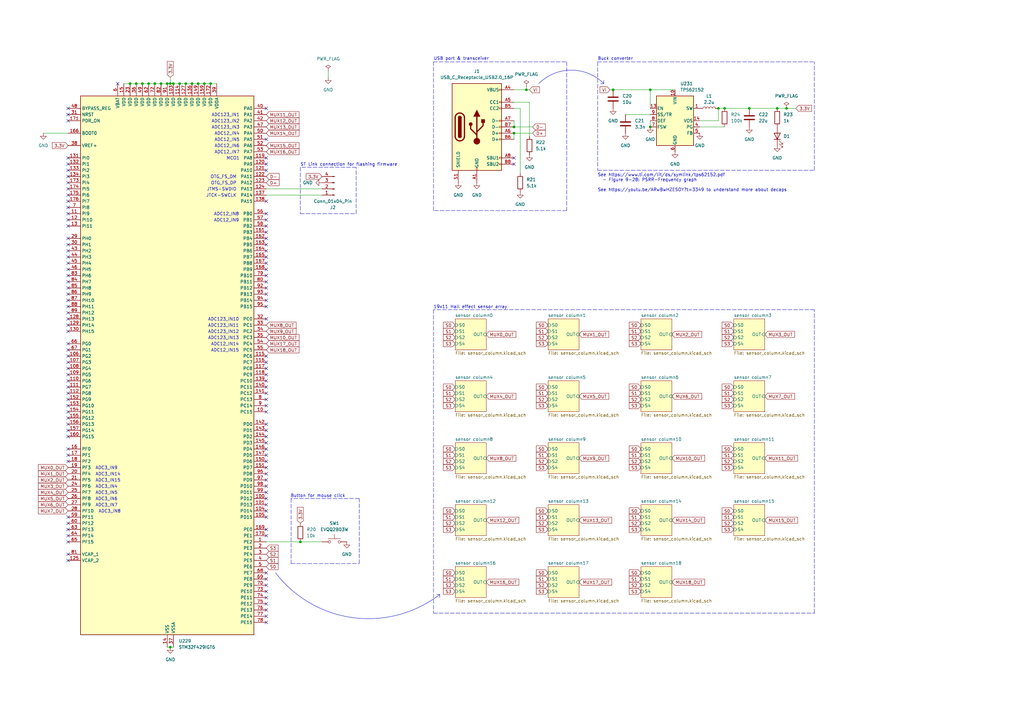
<source format=kicad_sch>
(kicad_sch (version 20250114) (generator "eeschema") (generator_version "9.0")
  (paper "A3")
  (title_block (title "Pompyboard Prototype"))
  (arc (start 180.34 243.84) (mid 144.8438 253.3353) (end 113.03 234.95))
  (arc (start 220.98 34.29) (mid 234.315 28.7664) (end 247.65 34.29))
  (text "ADC3_IN6" (at 39.116 204.724 0) (effects (font (size 1.27 1.27)) (justify left)))
  (text "ADC3_IN8" (at 40.386 209.804 0) (effects (font (size 1.27 1.27)) (justify left)))
  (text "ADC12_IN15" (at 98.044 143.764 0) (effects (font (size 1.27 1.27)) (justify right)))
  (text "ADC3_IN14" (at 39.116 194.564 0) (effects (font (size 1.27 1.27)) (justify left)))
  (text "ADC12_IN14" (at 98.044 141.224 0) (effects (font (size 1.27 1.27)) (justify right)))
  (text "ADC123_IN10" (at 98.044 131.064 0) (effects (font (size 1.27 1.27)) (justify right)))
  (text "ADC123_IN12" (at 98.044 136.144 0) (effects (font (size 1.27 1.27)) (justify right)))
  (text "Button for mouse click" (at 119.126 203.454 0) (effects (font (size 1.27 1.27)) (justify left)))
  (text "ADC12_IN9" (at 98.044 90.424 0) (effects (font (size 1.27 1.27)) (justify right)))
  (text "ADC3_IN15" (at 39.116 197.104 0) (effects (font (size 1.27 1.27)) (justify left)))
  (text "OTG_FS_DM" (at 97.028 72.644 0) (effects (font (size 1.27 1.27)) (justify right)))
  (text "ADC3_IN4" (at 39.116 199.644 0) (effects (font (size 1.27 1.27)) (justify left)))
  (text "See https://www.ti.com/lit/ds/symlink/tps62152.pdf\n  - Figure 9-28: PSRR-Frequency graph\n\nSee https://youtu.be/ARwBwHZESOY?t=3349 to understand more about decaps" (at 245.11 71.12 0) (effects (font (size 1.27 1.27)) (justify left top)))
  (text "ADC12_IN4" (at 98.298 54.864 0) (effects (font (size 1.27 1.27)) (justify right)))
  (text "Buck converter" (at 245.11 24.13 0) (effects (font (size 1.27 1.27)) (justify left)))
  (text "19x11 Hall effect sensor array" (at 177.8 125.984 0) (effects (font (size 1.27 1.27)) (justify left)))
  (text "ADC3_IN9" (at 39.116 192.024 0) (effects (font (size 1.27 1.27)) (justify left)))
  (text "ADC123_IN1" (at 98.298 47.244 0) (effects (font (size 1.27 1.27)) (justify right)))
  (text "ADC123_IN13" (at 98.044 138.684 0) (effects (font (size 1.27 1.27)) (justify right)))
  (text "ADC12_IN6" (at 98.298 59.944 0) (effects (font (size 1.27 1.27)) (justify right)))
  (text "ADC3_IN5" (at 39.116 202.184 0) (effects (font (size 1.27 1.27)) (justify left)))
  (text "ADC12_IN5" (at 98.298 57.404 0) (effects (font (size 1.27 1.27)) (justify right)))
  (text "ST Link connection for flashing firmware" (at 123.19 67.564 0) (effects (font (size 1.27 1.27)) (justify left)))
  (text "JTCK-SWCLK" (at 97.028 80.264 0) (effects (font (size 1.27 1.27)) (justify right)))
  (text "USB port & transceiver" (at 177.8 24.13 0) (effects (font (size 1.27 1.27)) (justify left)))
  (text "OTG_FS_DP" (at 97.028 75.184 0) (effects (font (size 1.27 1.27)) (justify right)))
  (text "MCO1" (at 98.298 65.024 0) (effects (font (size 1.27 1.27)) (justify right)))
  (text "ADC123_IN11" (at 98.044 133.604 0) (effects (font (size 1.27 1.27)) (justify right)))
  (text "ADC12_IN8" (at 98.044 87.884 0) (effects (font (size 1.27 1.27)) (justify right)))
  (text "ADC12_IN7" (at 98.298 62.484 0) (effects (font (size 1.27 1.27)) (justify right)))
  (text "JTMS-SWDIO" (at 97.028 77.724 0) (effects (font (size 1.27 1.27)) (justify right)))
  (text "ADC123_IN3" (at 98.298 52.324 0) (effects (font (size 1.27 1.27)) (justify right)))
  (text "ADC123_IN2" (at 98.298 49.784 0) (effects (font (size 1.27 1.27)) (justify right)))
  (text "ADC3_IN7" (at 39.116 207.264 0) (effects (font (size 1.27 1.27)) (justify left)))
  (junction (at 55.88 34.29))
  (junction (at 69.85 265.43))
  (junction (at 86.36 34.29))
  (junction (at 66.04 34.29))
  (junction (at 76.2 34.29))
  (junction (at 83.82 34.29))
  (junction (at 68.58 34.29))
  (junction (at 318.77 44.45))
  (junction (at 266.7 52.07))
  (junction (at 69.85 34.29))
  (junction (at 322.58 44.45))
  (junction (at 215.9 36.83))
  (junction (at 60.96 34.29))
  (junction (at 58.42 34.29))
  (junction (at 78.74 34.29))
  (junction (at 81.28 34.29))
  (junction (at 123.19 222.25))
  (junction (at 210.82 54.61))
  (junction (at 251.46 36.83))
  (junction (at 294.64 44.45))
  (junction (at 307.34 44.45))
  (junction (at 63.5 34.29))
  (junction (at 53.34 34.29))
  (junction (at 73.66 34.29))
  (junction (at 71.12 34.29))
  (junction (at 266.7 36.83))
  (junction (at 297.18 44.45))
  (junction (at 210.82 52.07))
  (no_connect (at 27.94 153.67))
  (no_connect (at 109.22 87.63))
  (no_connect (at 27.94 49.53))
  (no_connect (at 27.94 125.73))
  (no_connect (at 109.22 217.17))
  (no_connect (at 27.94 100.33))
  (no_connect (at 27.94 105.41))
  (no_connect (at 27.94 219.71))
  (no_connect (at 109.22 100.33))
  (no_connect (at 109.22 158.75))
  (no_connect (at 27.94 158.75))
  (no_connect (at 27.94 102.87))
  (no_connect (at 109.22 105.41))
  (no_connect (at 109.22 176.53))
  (no_connect (at 27.94 64.77))
  (no_connect (at 109.22 204.47))
  (no_connect (at 109.22 186.69))
  (no_connect (at 109.22 107.95))
  (no_connect (at 27.94 171.45))
  (no_connect (at 109.22 201.93))
  (no_connect (at 27.94 146.05))
  (no_connect (at 109.22 115.57))
  (no_connect (at 27.94 90.17))
  (no_connect (at 27.94 72.39))
  (no_connect (at 109.22 168.91))
  (no_connect (at 109.22 219.71))
  (no_connect (at 27.94 189.23))
  (no_connect (at 109.22 148.59))
  (no_connect (at 109.22 130.81))
  (no_connect (at 109.22 153.67))
  (no_connect (at 109.22 194.31))
  (no_connect (at 27.94 217.17))
  (no_connect (at 27.94 46.99))
  (no_connect (at 27.94 222.25))
  (no_connect (at 27.94 123.19))
  (no_connect (at 27.94 186.69))
  (no_connect (at 109.22 146.05))
  (no_connect (at 27.94 115.57))
  (no_connect (at 27.94 140.97))
  (no_connect (at 109.22 240.03))
  (no_connect (at 27.94 82.55))
  (no_connect (at 109.22 113.03))
  (no_connect (at 27.94 151.13))
  (no_connect (at 27.94 148.59))
  (no_connect (at 27.94 166.37))
  (no_connect (at 109.22 252.73))
  (no_connect (at 109.22 184.15))
  (no_connect (at 27.94 133.35))
  (no_connect (at 109.22 209.55))
  (no_connect (at 109.22 120.65))
  (no_connect (at 27.94 214.63))
  (no_connect (at 27.94 67.31))
  (no_connect (at 109.22 82.55))
  (no_connect (at 109.22 156.21))
  (no_connect (at 27.94 87.63))
  (no_connect (at 27.94 229.87))
  (no_connect (at 109.22 118.11))
  (no_connect (at 27.94 161.29))
  (no_connect (at 27.94 110.49))
  (no_connect (at 109.22 64.77))
  (no_connect (at 109.22 123.19))
  (no_connect (at 109.22 212.09))
  (no_connect (at 27.94 227.33))
  (no_connect (at 27.94 74.93))
  (no_connect (at 109.22 44.45))
  (no_connect (at 27.94 92.71))
  (no_connect (at 27.94 118.11))
  (no_connect (at 27.94 212.09))
  (no_connect (at 27.94 173.99))
  (no_connect (at 27.94 156.21))
  (no_connect (at 27.94 184.15))
  (no_connect (at 109.22 181.61))
  (no_connect (at 210.82 64.77))
  (no_connect (at 27.94 113.03))
  (no_connect (at 109.22 191.77))
  (no_connect (at 27.94 163.83))
  (no_connect (at 109.22 92.71))
  (no_connect (at 109.22 242.57))
  (no_connect (at 109.22 207.01))
  (no_connect (at 109.22 97.79))
  (no_connect (at 27.94 107.95))
  (no_connect (at 27.94 135.89))
  (no_connect (at 109.22 161.29))
  (no_connect (at 27.94 168.91))
  (no_connect (at 48.26 34.29))
  (no_connect (at 109.22 247.65))
  (no_connect (at 27.94 128.27))
  (no_connect (at 210.82 67.31))
  (no_connect (at 109.22 179.07))
  (no_connect (at 27.94 80.01))
  (no_connect (at 109.22 57.15))
  (no_connect (at 109.22 151.13))
  (no_connect (at 109.22 69.85))
  (no_connect (at 27.94 44.45))
  (no_connect (at 109.22 234.95))
  (no_connect (at 27.94 176.53))
  (no_connect (at 27.94 143.51))
  (no_connect (at 109.22 189.23))
  (no_connect (at 109.22 255.27))
  (no_connect (at 109.22 250.19))
  (no_connect (at 109.22 245.11))
  (no_connect (at 109.22 196.85))
  (no_connect (at 109.22 237.49))
  (no_connect (at 27.94 85.09))
  (no_connect (at 109.22 166.37))
  (no_connect (at 109.22 199.39))
  (no_connect (at 27.94 77.47))
  (no_connect (at 109.22 102.87))
  (no_connect (at 109.22 173.99))
  (no_connect (at 109.22 125.73))
  (no_connect (at 27.94 97.79))
  (no_connect (at 109.22 67.31))
  (no_connect (at 109.22 95.25))
  (no_connect (at 27.94 69.85))
  (no_connect (at 27.94 130.81))
  (no_connect (at 27.94 179.07))
  (no_connect (at 27.94 120.65))
  (no_connect (at 109.22 163.83))
  (no_connect (at 109.22 110.49))
  (no_connect (at 109.22 90.17))
  (polyline (pts (xy 334.01 127) (xy 177.8 127)) (stroke (width 0) (type dash)))
  (polyline (pts (xy 147.32 231.14) (xy 147.32 204.47)) (stroke (width 0) (type dash)))
  (polyline (pts (xy 232.41 86.36) (xy 177.8 86.36)) (stroke (width 0) (type dash)))
  (wire (pts (xy 55.88 34.29) (xy 58.42 34.29)))
  (polyline (pts (xy 123.19 87.63) (xy 146.05 87.63)) (stroke (width 0) (type dash)))
  (wire (pts (xy 210.82 52.07) (xy 218.44 52.07)))
  (wire (pts (xy 266.7 49.53) (xy 266.7 52.07)))
  (wire (pts (xy 213.36 44.45) (xy 213.36 71.12)))
  (polyline (pts (xy 147.32 204.47) (xy 119.38 204.47)) (stroke (width 0) (type dash)))
  (wire (pts (xy 109.22 80.01) (xy 132.08 80.01)))
  (polyline (pts (xy 334.01 69.85) (xy 334.01 25.4)) (stroke (width 0) (type dash)))
  (wire (pts (xy 76.2 34.29) (xy 78.74 34.29)))
  (wire (pts (xy 109.22 77.47) (xy 132.08 77.47)))
  (wire (pts (xy 60.96 34.29) (xy 63.5 34.29)))
  (wire (pts (xy 71.12 34.29) (xy 73.66 34.29)))
  (polyline (pts (xy 179.07 243.84) (xy 180.34 243.84)))
  (wire (pts (xy 322.58 44.45) (xy 326.39 44.45)))
  (polyline (pts (xy 177.8 25.4) (xy 232.41 25.4)) (stroke (width 0) (type dash)))
  (wire (pts (xy 256.54 46.99) (xy 266.7 46.99)))
  (wire (pts (xy 294.64 44.45) (xy 297.18 44.45)))
  (wire (pts (xy 66.04 34.29) (xy 68.58 34.29)))
  (polyline (pts (xy 146.05 87.63) (xy 146.05 68.58)) (stroke (width 0) (type dash)))
  (wire (pts (xy 215.9 35.56) (xy 215.9 36.83)))
  (polyline (pts (xy 245.11 69.85) (xy 334.01 69.85)) (stroke (width 0) (type dash)))
  (wire (pts (xy 63.5 34.29) (xy 66.04 34.29)))
  (wire (pts (xy 266.7 36.83) (xy 276.86 36.83)))
  (wire (pts (xy 210.82 54.61) (xy 218.44 54.61)))
  (polyline (pts (xy 177.8 86.36) (xy 177.8 25.4)) (stroke (width 0) (type dash)))
  (wire (pts (xy 69.85 34.29) (xy 71.12 34.29)))
  (wire (pts (xy 58.42 34.29) (xy 60.96 34.29)))
  (wire (pts (xy 17.78 54.61) (xy 27.94 54.61)))
  (polyline (pts (xy 245.11 25.4) (xy 334.01 25.4)) (stroke (width 0) (type dash)))
  (polyline (pts (xy 334.01 251.46) (xy 334.01 127)) (stroke (width 0) (type dash)))
  (wire (pts (xy 81.28 34.29) (xy 83.82 34.29)))
  (polyline (pts (xy 123.19 68.58) (xy 123.19 87.63)) (stroke (width 0) (type dash)))
  (wire (pts (xy 53.34 34.29) (xy 55.88 34.29)))
  (wire (pts (xy 217.17 55.88) (xy 217.17 41.91)))
  (wire (pts (xy 297.18 44.45) (xy 307.34 44.45)))
  (wire (pts (xy 251.46 36.83) (xy 266.7 36.83)))
  (polyline (pts (xy 245.11 25.4) (xy 245.11 69.85)) (stroke (width 0) (type dash)))
  (wire (pts (xy 210.82 52.07) (xy 210.82 49.53)))
  (wire (pts (xy 69.85 31.75) (xy 69.85 34.29)))
  (polyline (pts (xy 119.38 231.14) (xy 147.32 231.14)) (stroke (width 0) (type dash)))
  (wire (pts (xy 134.62 29.21) (xy 134.62 31.75)))
  (polyline (pts (xy 119.38 204.47) (xy 119.38 231.14)) (stroke (width 0) (type dash)))
  (polyline (pts (xy 232.41 25.4) (xy 232.41 86.36)) (stroke (width 0) (type dash)))
  (wire (pts (xy 73.66 34.29) (xy 76.2 34.29)))
  (polyline (pts (xy 146.05 68.58) (xy 123.19 68.58)) (stroke (width 0) (type dash)))
  (wire (pts (xy 266.7 36.83) (xy 266.7 44.45)))
  (wire (pts (xy 215.9 36.83) (xy 210.82 36.83)))
  (wire (pts (xy 50.8 34.29) (xy 53.34 34.29)))
  (wire (pts (xy 250.19 36.83) (xy 251.46 36.83)))
  (wire (pts (xy 287.02 52.07) (xy 297.18 52.07)))
  (polyline (pts (xy 177.8 251.46) (xy 334.01 251.46)) (stroke (width 0) (type dash)))
  (wire (pts (xy 294.64 44.45) (xy 294.64 49.53)))
  (wire (pts (xy 109.22 222.25) (xy 123.19 222.25)))
  (wire (pts (xy 68.58 34.29) (xy 69.85 34.29)))
  (polyline (pts (xy 180.34 243.84) (xy 180.34 245.11)))
  (wire (pts (xy 210.82 44.45) (xy 213.36 44.45)))
  (wire (pts (xy 210.82 57.15) (xy 210.82 54.61)))
  (wire (pts (xy 307.34 44.45) (xy 318.77 44.45)))
  (wire (pts (xy 210.82 41.91) (xy 217.17 41.91)))
  (wire (pts (xy 86.36 34.29) (xy 88.9 34.29)))
  (wire (pts (xy 69.85 265.43) (xy 71.12 265.43)))
  (wire (pts (xy 217.17 36.83) (xy 215.9 36.83)))
  (polyline (pts (xy 177.8 127) (xy 177.8 251.46)) (stroke (width 0) (type dash)))
  (polyline (pts (xy 247.65 33.02) (xy 247.65 34.29)))
  (wire (pts (xy 78.74 34.29) (xy 81.28 34.29)))
  (wire (pts (xy 68.58 265.43) (xy 69.85 265.43)))
  (wire (pts (xy 318.77 44.45) (xy 322.58 44.45)))
  (polyline (pts (xy 246.38 34.29) (xy 247.65 34.29)))
  (wire (pts (xy 287.02 49.53) (xy 294.64 49.53)))
  (wire (pts (xy 123.19 222.25) (xy 132.08 222.25)))
  (wire (pts (xy 83.82 34.29) (xy 86.36 34.29)))
  (global_label "MUX12_OUT" (shape input) (at 109.22 49.53 0) (property "Intersheetrefs" "${INTERSHEET_REFS}" (effects (hide yes))))
  (global_label "S3" (shape input) (at 300.99 217.17 180) (property "Intersheetrefs" "${INTERSHEET_REFS}" (effects (hide yes))))
  (global_label "S0" (shape input) (at 186.69 133.35 180) (property "Intersheetrefs" "${INTERSHEET_REFS}" (effects (hide yes))))
  (global_label "S3" (shape input) (at 262.89 217.17 180) (property "Intersheetrefs" "${INTERSHEET_REFS}" (effects (hide yes))))
  (global_label "S3" (shape input) (at 262.89 140.97 180) (property "Intersheetrefs" "${INTERSHEET_REFS}" (effects (hide yes))))
  (global_label "S0" (shape input) (at 300.99 184.15 180) (property "Intersheetrefs" "${INTERSHEET_REFS}" (effects (hide yes))))
  (global_label "MUX13_OUT" (shape input) (at 109.22 52.07 0) (property "Intersheetrefs" "${INTERSHEET_REFS}" (effects (hide yes))))
  (global_label "MUX16_OUT" (shape input) (at 109.22 62.23 0) (property "Intersheetrefs" "${INTERSHEET_REFS}" (effects (hide yes))))
  (global_label "MUX0_OUT" (shape input) (at 27.94 191.77 180) (property "Intersheetrefs" "${INTERSHEET_REFS}" (effects (hide yes))))
  (global_label "S2" (shape input) (at 262.89 163.83 180) (property "Intersheetrefs" "${INTERSHEET_REFS}" (effects (hide yes))))
  (global_label "S3" (shape input) (at 186.69 140.97 180) (property "Intersheetrefs" "${INTERSHEET_REFS}" (effects (hide yes))))
  (global_label "S2" (shape input) (at 186.69 138.43 180) (property "Intersheetrefs" "${INTERSHEET_REFS}" (effects (hide yes))))
  (global_label "S3" (shape input) (at 300.99 140.97 180) (property "Intersheetrefs" "${INTERSHEET_REFS}" (effects (hide yes))))
  (global_label "S0" (shape input) (at 186.69 158.75 180) (property "Intersheetrefs" "${INTERSHEET_REFS}" (effects (hide yes))))
  (global_label "MUX0_OUT" (shape input) (at 199.39 137.16 0) (property "Intersheetrefs" "${INTERSHEET_REFS}" (effects (hide yes))))
  (global_label "S3" (shape input) (at 224.79 217.17 180) (property "Intersheetrefs" "${INTERSHEET_REFS}" (effects (hide yes))))
  (global_label "S1" (shape input) (at 186.69 161.29 180) (property "Intersheetrefs" "${INTERSHEET_REFS}" (effects (hide yes))))
  (global_label "MUX11_OUT" (shape input) (at 313.69 187.96 0) (property "Intersheetrefs" "${INTERSHEET_REFS}" (effects (hide yes))))
  (global_label "S1" (shape input) (at 224.79 237.49 180) (property "Intersheetrefs" "${INTERSHEET_REFS}" (effects (hide yes))))
  (global_label "S1" (shape input) (at 186.69 237.49 180) (property "Intersheetrefs" "${INTERSHEET_REFS}" (effects (hide yes))))
  (global_label "3.3V" (shape input) (at 132.08 72.39 180) (property "Intersheetrefs" "${INTERSHEET_REFS}" (effects (hide yes))))
  (global_label "S2" (shape input) (at 262.89 138.43 180) (property "Intersheetrefs" "${INTERSHEET_REFS}" (effects (hide yes))))
  (global_label "S0" (shape input) (at 224.79 133.35 180) (property "Intersheetrefs" "${INTERSHEET_REFS}" (effects (hide yes))))
  (global_label "3.3V" (shape input) (at 326.39 44.45 0) (property "Intersheetrefs" "${INTERSHEET_REFS}" (effects (hide yes))))
  (global_label "MUX7_OUT" (shape input) (at 27.94 209.55 180) (property "Intersheetrefs" "${INTERSHEET_REFS}" (effects (hide yes))))
  (global_label "S2" (shape input) (at 224.79 189.23 180) (property "Intersheetrefs" "${INTERSHEET_REFS}" (effects (hide yes))))
  (global_label "S2" (shape input) (at 224.79 214.63 180) (property "Intersheetrefs" "${INTERSHEET_REFS}" (effects (hide yes))))
  (global_label "D-" (shape input) (at 109.22 72.39 0) (property "Intersheetrefs" "${INTERSHEET_REFS}" (effects (hide yes))))
  (global_label "S0" (shape input) (at 262.89 133.35 180) (property "Intersheetrefs" "${INTERSHEET_REFS}" (effects (hide yes))))
  (global_label "S3" (shape input) (at 224.79 242.57 180) (property "Intersheetrefs" "${INTERSHEET_REFS}" (effects (hide yes))))
  (global_label "S2" (shape input) (at 186.69 214.63 180) (property "Intersheetrefs" "${INTERSHEET_REFS}" (effects (hide yes))))
  (global_label "S1" (shape input) (at 224.79 135.89 180) (property "Intersheetrefs" "${INTERSHEET_REFS}" (effects (hide yes))))
  (global_label "MUX11_OUT" (shape input) (at 109.22 46.99 0) (property "Intersheetrefs" "${INTERSHEET_REFS}" (effects (hide yes))))
  (global_label "MUX18_OUT" (shape input) (at 275.59 238.76 0) (property "Intersheetrefs" "${INTERSHEET_REFS}" (effects (hide yes))))
  (global_label "MUX16_OUT" (shape input) (at 199.39 238.76 0) (property "Intersheetrefs" "${INTERSHEET_REFS}" (effects (hide yes))))
  (global_label "S3" (shape input) (at 300.99 166.37 180) (property "Intersheetrefs" "${INTERSHEET_REFS}" (effects (hide yes))))
  (global_label "MUX2_OUT" (shape input) (at 27.94 196.85 180) (property "Intersheetrefs" "${INTERSHEET_REFS}" (effects (hide yes))))
  (global_label "D+" (shape input) (at 109.22 74.93 0) (property "Intersheetrefs" "${INTERSHEET_REFS}" (effects (hide yes))))
  (global_label "S0" (shape input) (at 224.79 209.55 180) (property "Intersheetrefs" "${INTERSHEET_REFS}" (effects (hide yes))))
  (global_label "MUX17_OUT" (shape input) (at 237.49 238.76 0) (property "Intersheetrefs" "${INTERSHEET_REFS}" (effects (hide yes))))
  (global_label "S1" (shape input) (at 186.69 212.09 180) (property "Intersheetrefs" "${INTERSHEET_REFS}" (effects (hide yes))))
  (global_label "S0" (shape input) (at 186.69 234.95 180) (property "Intersheetrefs" "${INTERSHEET_REFS}" (effects (hide yes))))
  (global_label "S2" (shape input) (at 224.79 163.83 180) (property "Intersheetrefs" "${INTERSHEET_REFS}" (effects (hide yes))))
  (global_label "S2" (shape input) (at 300.99 138.43 180) (property "Intersheetrefs" "${INTERSHEET_REFS}" (effects (hide yes))))
  (global_label "S2" (shape input) (at 186.69 189.23 180) (property "Intersheetrefs" "${INTERSHEET_REFS}" (effects (hide yes))))
  (global_label "S2" (shape input) (at 262.89 214.63 180) (property "Intersheetrefs" "${INTERSHEET_REFS}" (effects (hide yes))))
  (global_label "S0" (shape input) (at 262.89 158.75 180) (property "Intersheetrefs" "${INTERSHEET_REFS}" (effects (hide yes))))
  (global_label "S1" (shape input) (at 262.89 135.89 180) (property "Intersheetrefs" "${INTERSHEET_REFS}" (effects (hide yes))))
  (global_label "S1" (shape input) (at 224.79 161.29 180) (property "Intersheetrefs" "${INTERSHEET_REFS}" (effects (hide yes))))
  (global_label "S0" (shape input) (at 224.79 184.15 180) (property "Intersheetrefs" "${INTERSHEET_REFS}" (effects (hide yes))))
  (global_label "S1" (shape input) (at 300.99 135.89 180) (property "Intersheetrefs" "${INTERSHEET_REFS}" (effects (hide yes))))
  (global_label "S0" (shape input) (at 109.22 232.41 0) (property "Intersheetrefs" "${INTERSHEET_REFS}" (effects (hide yes))))
  (global_label "MUX1_OUT" (shape input) (at 27.94 194.31 180) (property "Intersheetrefs" "${INTERSHEET_REFS}" (effects (hide yes))))
  (global_label "S1" (shape input) (at 224.79 186.69 180) (property "Intersheetrefs" "${INTERSHEET_REFS}" (effects (hide yes))))
  (global_label "S2" (shape input) (at 186.69 163.83 180) (property "Intersheetrefs" "${INTERSHEET_REFS}" (effects (hide yes))))
  (global_label "3.3V" (shape input) (at 123.19 214.63 90) (property "Intersheetrefs" "${INTERSHEET_REFS}" (effects (hide yes))))
  (global_label "S2" (shape input) (at 300.99 163.83 180) (property "Intersheetrefs" "${INTERSHEET_REFS}" (effects (hide yes))))
  (global_label "S3" (shape input) (at 262.89 191.77 180) (property "Intersheetrefs" "${INTERSHEET_REFS}" (effects (hide yes))))
  (global_label "S1" (shape input) (at 300.99 186.69 180) (property "Intersheetrefs" "${INTERSHEET_REFS}" (effects (hide yes))))
  (global_label "S0" (shape input) (at 300.99 158.75 180) (property "Intersheetrefs" "${INTERSHEET_REFS}" (effects (hide yes))))
  (global_label "S3" (shape input) (at 186.69 191.77 180) (property "Intersheetrefs" "${INTERSHEET_REFS}" (effects (hide yes))))
  (global_label "S1" (shape input) (at 262.89 212.09 180) (property "Intersheetrefs" "${INTERSHEET_REFS}" (effects (hide yes))))
  (global_label "S3" (shape input) (at 109.22 224.79 0) (property "Intersheetrefs" "${INTERSHEET_REFS}" (effects (hide yes))))
  (global_label "MUX18_OUT" (shape input) (at 109.22 143.51 0) (property "Intersheetrefs" "${INTERSHEET_REFS}" (effects (hide yes))))
  (global_label "MUX7_OUT" (shape input) (at 313.69 162.56 0) (property "Intersheetrefs" "${INTERSHEET_REFS}" (effects (hide yes))))
  (global_label "MUX4_OUT" (shape input) (at 199.39 162.56 0) (property "Intersheetrefs" "${INTERSHEET_REFS}" (effects (hide yes))))
  (global_label "MUX15_OUT" (shape input) (at 313.69 213.36 0) (property "Intersheetrefs" "${INTERSHEET_REFS}" (effects (hide yes))))
  (global_label "S1" (shape input) (at 109.22 229.87 0) (property "Intersheetrefs" "${INTERSHEET_REFS}" (effects (hide yes))))
  (global_label "MUX9_OUT" (shape input) (at 109.22 135.89 0) (property "Intersheetrefs" "${INTERSHEET_REFS}" (effects (hide yes))))
  (global_label "S2" (shape input) (at 262.89 189.23 180) (property "Intersheetrefs" "${INTERSHEET_REFS}" (effects (hide yes))))
  (global_label "S0" (shape input) (at 224.79 158.75 180) (property "Intersheetrefs" "${INTERSHEET_REFS}" (effects (hide yes))))
  (global_label "MUX2_OUT" (shape input) (at 275.59 137.16 0) (property "Intersheetrefs" "${INTERSHEET_REFS}" (effects (hide yes))))
  (global_label "S3" (shape input) (at 186.69 242.57 180) (property "Intersheetrefs" "${INTERSHEET_REFS}" (effects (hide yes))))
  (global_label "3.3V" (shape input) (at 27.94 59.69 180) (property "Intersheetrefs" "${INTERSHEET_REFS}" (effects (hide yes))))
  (global_label "MUX14_OUT" (shape input) (at 109.22 54.61 0) (property "Intersheetrefs" "${INTERSHEET_REFS}" (effects (hide yes))))
  (global_label "VI" (shape input) (at 217.17 36.83 0) (property "Intersheetrefs" "${INTERSHEET_REFS}" (effects (hide yes))))
  (global_label "S3" (shape input) (at 224.79 191.77 180) (property "Intersheetrefs" "${INTERSHEET_REFS}" (effects (hide yes))))
  (global_label "S0" (shape input) (at 186.69 184.15 180) (property "Intersheetrefs" "${INTERSHEET_REFS}" (effects (hide yes))))
  (global_label "MUX8_OUT" (shape input) (at 199.39 187.96 0) (property "Intersheetrefs" "${INTERSHEET_REFS}" (effects (hide yes))))
  (global_label "MUX8_OUT" (shape input) (at 109.22 133.35 0) (property "Intersheetrefs" "${INTERSHEET_REFS}" (effects (hide yes))))
  (global_label "S3" (shape input) (at 186.69 166.37 180) (property "Intersheetrefs" "${INTERSHEET_REFS}" (effects (hide yes))))
  (global_label "S2" (shape input) (at 262.89 240.03 180) (property "Intersheetrefs" "${INTERSHEET_REFS}" (effects (hide yes))))
  (global_label "MUX5_OUT" (shape input) (at 27.94 204.47 180) (property "Intersheetrefs" "${INTERSHEET_REFS}" (effects (hide yes))))
  (global_label "S1" (shape input) (at 224.79 212.09 180) (property "Intersheetrefs" "${INTERSHEET_REFS}" (effects (hide yes))))
  (global_label "S2" (shape input) (at 300.99 214.63 180) (property "Intersheetrefs" "${INTERSHEET_REFS}" (effects (hide yes))))
  (global_label "MUX15_OUT" (shape input) (at 109.22 59.69 0) (property "Intersheetrefs" "${INTERSHEET_REFS}" (effects (hide yes))))
  (global_label "MUX14_OUT" (shape input) (at 275.59 213.36 0) (property "Intersheetrefs" "${INTERSHEET_REFS}" (effects (hide yes))))
  (global_label "S0" (shape input) (at 262.89 184.15 180) (property "Intersheetrefs" "${INTERSHEET_REFS}" (effects (hide yes))))
  (global_label "S2" (shape input) (at 109.22 227.33 0) (property "Intersheetrefs" "${INTERSHEET_REFS}" (effects (hide yes))))
  (global_label "S0" (shape input) (at 224.79 234.95 180) (property "Intersheetrefs" "${INTERSHEET_REFS}" (effects (hide yes))))
  (global_label "S3" (shape input) (at 262.89 166.37 180) (property "Intersheetrefs" "${INTERSHEET_REFS}" (effects (hide yes))))
  (global_label "S2" (shape input) (at 300.99 189.23 180) (property "Intersheetrefs" "${INTERSHEET_REFS}" (effects (hide yes))))
  (global_label "MUX6_OUT" (shape input) (at 275.59 162.56 0) (property "Intersheetrefs" "${INTERSHEET_REFS}" (effects (hide yes))))
  (global_label "3.3V" (shape input) (at 69.85 31.75 90) (property "Intersheetrefs" "${INTERSHEET_REFS}" (effects (hide yes))))
  (global_label "S1" (shape input) (at 262.89 161.29 180) (property "Intersheetrefs" "${INTERSHEET_REFS}" (effects (hide yes))))
  (global_label "S0" (shape input) (at 300.99 133.35 180) (property "Intersheetrefs" "${INTERSHEET_REFS}" (effects (hide yes))))
  (global_label "S3" (shape input) (at 300.99 191.77 180) (property "Intersheetrefs" "${INTERSHEET_REFS}" (effects (hide yes))))
  (global_label "MUX4_OUT" (shape input) (at 27.94 201.93 180) (property "Intersheetrefs" "${INTERSHEET_REFS}" (effects (hide yes))))
  (global_label "MUX6_OUT" (shape input) (at 27.94 207.01 180) (property "Intersheetrefs" "${INTERSHEET_REFS}" (effects (hide yes))))
  (global_label "S3" (shape input) (at 262.89 242.57 180) (property "Intersheetrefs" "${INTERSHEET_REFS}" (effects (hide yes))))
  (global_label "S3" (shape input) (at 224.79 140.97 180) (property "Intersheetrefs" "${INTERSHEET_REFS}" (effects (hide yes))))
  (global_label "S2" (shape input) (at 186.69 240.03 180) (property "Intersheetrefs" "${INTERSHEET_REFS}" (effects (hide yes))))
  (global_label "S0" (shape input) (at 186.69 209.55 180) (property "Intersheetrefs" "${INTERSHEET_REFS}" (effects (hide yes))))
  (global_label "S1" (shape input) (at 186.69 135.89 180) (property "Intersheetrefs" "${INTERSHEET_REFS}" (effects (hide yes))))
  (global_label "S1" (shape input) (at 186.69 186.69 180) (property "Intersheetrefs" "${INTERSHEET_REFS}" (effects (hide yes))))
  (global_label "MUX17_OUT" (shape input) (at 109.22 140.97 0) (property "Intersheetrefs" "${INTERSHEET_REFS}" (effects (hide yes))))
  (global_label "MUX3_OUT" (shape input) (at 27.94 199.39 180) (property "Intersheetrefs" "${INTERSHEET_REFS}" (effects (hide yes))))
  (global_label "MUX10_OUT" (shape input) (at 275.59 187.96 0) (property "Intersheetrefs" "${INTERSHEET_REFS}" (effects (hide yes))))
  (global_label "MUX13_OUT" (shape input) (at 237.49 213.36 0) (property "Intersheetrefs" "${INTERSHEET_REFS}" (effects (hide yes))))
  (global_label "S0" (shape input) (at 300.99 209.55 180) (property "Intersheetrefs" "${INTERSHEET_REFS}" (effects (hide yes))))
  (global_label "S1" (shape input) (at 300.99 161.29 180) (property "Intersheetrefs" "${INTERSHEET_REFS}" (effects (hide yes))))
  (global_label "MUX9_OUT" (shape input) (at 237.49 187.96 0) (property "Intersheetrefs" "${INTERSHEET_REFS}" (effects (hide yes))))
  (global_label "MUX12_OUT" (shape input) (at 199.39 213.36 0) (property "Intersheetrefs" "${INTERSHEET_REFS}" (effects (hide yes))))
  (global_label "MUX5_OUT" (shape input) (at 237.49 162.56 0) (property "Intersheetrefs" "${INTERSHEET_REFS}" (effects (hide yes))))
  (global_label "S1" (shape input) (at 262.89 186.69 180) (property "Intersheetrefs" "${INTERSHEET_REFS}" (effects (hide yes))))
  (global_label "VI" (shape input) (at 250.19 36.83 180) (property "Intersheetrefs" "${INTERSHEET_REFS}" (effects (hide yes))))
  (global_label "S0" (shape input) (at 262.89 209.55 180) (property "Intersheetrefs" "${INTERSHEET_REFS}" (effects (hide yes))))
  (global_label "MUX3_OUT" (shape input) (at 313.69 137.16 0) (property "Intersheetrefs" "${INTERSHEET_REFS}" (effects (hide yes))))
  (global_label "MUX10_OUT" (shape input) (at 109.22 138.43 0) (property "Intersheetrefs" "${INTERSHEET_REFS}" (effects (hide yes))))
  (global_label "S0" (shape input) (at 262.89 234.95 180) (property "Intersheetrefs" "${INTERSHEET_REFS}" (effects (hide yes))))
  (global_label "S3" (shape input) (at 186.69 217.17 180) (property "Intersheetrefs" "${INTERSHEET_REFS}" (effects (hide yes))))
  (global_label "S3" (shape input) (at 224.79 166.37 180) (property "Intersheetrefs" "${INTERSHEET_REFS}" (effects (hide yes))))
  (global_label "S1" (shape input) (at 262.89 237.49 180) (property "Intersheetrefs" "${INTERSHEET_REFS}" (effects (hide yes))))
  (global_label "D+" (shape input) (at 218.44 54.61 0) (property "Intersheetrefs" "${INTERSHEET_REFS}" (effects (hide yes))))
  (global_label "MUX1_OUT" (shape input) (at 237.49 137.16 0) (property "Intersheetrefs" "${INTERSHEET_REFS}" (effects (hide yes))))
  (global_label "S2" (shape input) (at 224.79 240.03 180) (property "Intersheetrefs" "${INTERSHEET_REFS}" (effects (hide yes))))
  (global_label "S1" (shape input) (at 300.99 212.09 180) (property "Intersheetrefs" "${INTERSHEET_REFS}" (effects (hide yes))))
  (global_label "D-" (shape input) (at 218.44 52.07 0) (property "Intersheetrefs" "${INTERSHEET_REFS}" (effects (hide yes))))
  (global_label "S2" (shape input) (at 224.79 138.43 180) (property "Intersheetrefs" "${INTERSHEET_REFS}" (effects (hide yes))))
  (symbol (lib_id "power:GND") (at 69.85 265.43 0) (unit 1)
    (property "Reference" "#PWR011" (effects (hide yes)))
    (property "Value" "GND" (at 69.85 270.51 0))
    (property "Description" "Power symbol creates a global label with name \"GND\" , ground" (effects (hide yes)))
  )
  (symbol (lib_id "Switch:SW_Push") (at 137.16 222.25 0) (unit 1)
    (property "Reference" "SW1" (at 137.16 214.63 0))
    (property "Value" "EVQQ2B03W" (at 137.16 217.17 0))
    (property "Footprint" "Button_Switch_SMD:SW_SPST_EVQQ2" (effects (hide yes)))
    (property "Description" "Push button switch, generic, two pins" (effects (hide yes)))
    (property "LCSC Part #" "C79178" (effects (hide yes)))
  )
  (symbol (lib_id "Device:C") (at 256.54 50.8 0) (unit 1)
    (property "Reference" "C21" (at 260.35 49.5299 0) (effects (justify left)))
    (property "Value" "3.3n" (at 260.35 52.0699 0) (effects (justify left)))
    (property "Footprint" "Capacitor_SMD:C_0402_1005Metric" (effects (hide yes)))
    (property "Description" "Unpolarized capacitor" (effects (hide yes)))
    (property "LCSC Part #" "C3881585" (effects (hide yes)))
  )
  (symbol (lib_id "Device:R") (at 217.17 59.69 180) (unit 1)
    (property "Reference" "R22" (at 219.71 58.4199 0) (effects (justify right)))
    (property "Value" "5.1k" (at 219.71 60.9599 0) (effects (justify right)))
    (property "Footprint" "Resistor_SMD:R_0402_1005Metric" (effects (hide yes)))
    (property "Description" "Resistor" (effects (hide yes)))
    (property "LCSC Part #" "C25905" (effects (hide yes)))
  )
  (symbol (lib_id "Device:L") (at 290.83 44.45 90) (unit 1)
    (property "Reference" "L1" (at 290.83 39.37 90))
    (property "Value" "2.2u" (at 290.83 41.91 90))
    (property "Footprint" "Inductor_SMD:L_Coilcraft_XxL4020" (effects (hide yes)))
    (property "Description" "Inductor" (effects (hide yes)))
    (property "LCSC Part #" "C122469" (effects (hide yes)))
  )
  (symbol (lib_id "power:GND") (at 187.96 74.93 0) (unit 1)
    (property "Reference" "#PWR01" (effects (hide yes)))
    (property "Value" "GND" (at 187.96 80.01 0))
    (property "Description" "Power symbol creates a global label with name \"GND\" , ground" (effects (hide yes)))
  )
  (symbol (lib_id "power:GND") (at 266.7 52.07 0) (unit 1)
    (property "Reference" "#PWR052" (effects (hide yes)))
    (property "Value" "GND" (at 266.7 57.15 0))
    (property "Description" "Power symbol creates a global label with name \"GND\" , ground" (effects (hide yes)))
  )
  (symbol (lib_id "power:PWR_FLAG") (at 134.62 29.21 0) (unit 1)
    (property "Reference" "#FLG05" (effects (hide yes)))
    (property "Value" "PWR_FLAG" (at 134.62 24.13 0))
    (property "Description" "Special symbol for telling ERC where power comes from" (effects (hide yes)))
  )
  (symbol (lib_id "Device:R") (at 123.19 218.44 0) (unit 1)
    (property "Reference" "R20" (at 125.73 217.1699 0) (effects (justify left)))
    (property "Value" "10k" (at 125.73 219.7099 0) (effects (justify left)))
    (property "Footprint" "Resistor_SMD:R_0402_1005Metric" (effects (hide yes)))
    (property "Description" "Resistor" (effects (hide yes)))
    (property "LCSC Part #" "C25744" (effects (hide yes)))
  )
  (symbol (lib_id "power:PWR_FLAG") (at 215.9 35.56 0) (unit 1)
    (property "Reference" "#FLG01" (effects (hide yes)))
    (property "Value" "PWR_FLAG" (at 215.9 30.48 0))
    (property "Description" "Special symbol for telling ERC where power comes from" (effects (hide yes)))
  )
  (symbol (lib_id "Device:R") (at 318.77 48.26 0) (unit 1)
    (property "Reference" "R23" (at 321.31 46.9899 0) (effects (justify left)))
    (property "Value" "1k" (at 321.31 49.5299 0) (effects (justify left)))
    (property "Footprint" "Resistor_SMD:R_0402_1005Metric" (effects (hide yes)))
    (property "Description" "Resistor" (effects (hide yes)))
    (property "LCSC Part #" "C11702" (effects (hide yes)))
  )
  (symbol (lib_id "Regulator_Switching:TPS62152") (at 276.86 49.53 0) (unit 1)
    (property "Reference" "U231" (at 279.0033 34.29 0) (effects (justify left)))
    (property "Value" "TPS62152" (at 279.0033 36.83 0) (effects (justify left)))
    (property "Footprint" "Package_DFN_QFN:VQFN-16-1EP_3x3mm_P0.5mm_EP1.68x1.68mm_ThermalVias" (effects (hide yes)))
    (property "Datasheet" "http://www.ti.com/lit/ds/symlink/TPS62150.pdf" (effects (hide yes)))
    (property "Description" "1A Step-Down Converter with DCS-Control, Fixed 3.3V Output Voltage, 3-17V Input Voltage, QFN-16" (effects (hide yes)))
    (property "LCSC Part #" "C2070611" (effects (hide yes)))
  )
  (symbol (lib_id "Device:R") (at 297.18 48.26 0) (unit 1)
    (property "Reference" "R24" (at 299.72 46.9899 0) (effects (justify left)))
    (property "Value" "100k" (at 299.72 49.5299 0) (effects (justify left)))
    (property "Footprint" "Resistor_SMD:R_0603_1608Metric" (effects (hide yes)))
    (property "Description" "Resistor" (effects (hide yes)))
    (property "LCSC Part #" "C22369815" (effects (hide yes)))
  )
  (symbol (lib_id "Device:C") (at 307.34 48.26 0) (unit 1)
    (property "Reference" "C22" (at 311.15 46.9899 0) (effects (justify left)))
    (property "Value" "22u" (at 311.15 49.5299 0) (effects (justify left)))
    (property "Footprint" "Capacitor_SMD:C_0402_1005Metric" (effects (hide yes)))
    (property "Description" "Unpolarized capacitor" (effects (hide yes)))
    (property "LCSC Part #" "C105226" (effects (hide yes)))
  )
  (symbol (lib_id "power:GND") (at 276.86 62.23 0) (unit 1)
    (property "Reference" "#PWR0488" (effects (hide yes)))
    (property "Value" "GND" (at 276.86 67.31 0))
    (property "Description" "Power symbol creates a global label with name \"GND\" , ground" (effects (hide yes)))
  )
  (symbol (lib_id "Device:LED") (at 318.77 55.88 90) (unit 1)
    (property "Reference" "D1" (at 321.31 55.88 90) (effects (justify right)))
    (property "Value" "F.0603.00139/P2-0603R1TS2-06T-002" (effects (hide yes)))
    (property "Footprint" "LED_SMD:LED_0603_1608Metric" (effects (hide yes)))
    (property "Datasheet" "https://jlcpcb.com/api/file/downloadByFileSystemAccessId/8590909078942269440" (effects (hide yes)))
    (property "Description" "Light emitting diode" (effects (hide yes)))
    (property "Sim.Pins" "1=K 2=A" (effects (hide yes)))
    (property "LCSC Part #" "C7496820" (effects (hide yes)))
  )
  (symbol (lib_id "power:PWR_FLAG") (at 322.58 44.45 0) (unit 1)
    (property "Reference" "#FLG02" (effects (hide yes)))
    (property "Value" "PWR_FLAG" (at 322.58 39.37 0))
    (property "Description" "Special symbol for telling ERC where power comes from" (effects (hide yes)))
  )
  (symbol (lib_id "power:GND") (at 256.54 54.61 0) (unit 1)
    (property "Reference" "#PWR054" (effects (hide yes)))
    (property "Value" "GND" (at 256.54 59.69 0))
    (property "Description" "Power symbol creates a global label with name \"GND\" , ground" (effects (hide yes)))
  )
  (symbol (lib_id "Connector:USB_C_Receptacle_USB2.0_16P") (at 195.58 52.07 0) (unit 1)
    (property "Reference" "J1" (at 195.58 29.21 0))
    (property "Value" "USB_C_Receptacle_USB2.0_16P" (at 195.58 31.75 0))
    (property "Footprint" "Connector_USB:USB_C_Receptacle_GCT_USB4085" (effects (hide yes)))
    (property "Datasheet" "https://www.usb.org/sites/default/files/documents/usb_type-c.zip" (effects (hide yes)))
    (property "Description" "USB 2.0-only 16P Type-C Receptacle connector" (effects (hide yes)))
    (property "LCSC Part #" "C7095263" (effects (hide yes)))
  )
  (symbol (lib_id "power:GND") (at 251.46 44.45 0) (unit 1)
    (property "Reference" "#PWR0492" (effects (hide yes)))
    (property "Value" "GND" (at 251.46 49.53 0))
    (property "Description" "Power symbol creates a global label with name \"GND\" , ground" (effects (hide yes)))
  )
  (symbol (lib_id "power:GND") (at 307.34 52.07 0) (unit 1)
    (property "Reference" "#PWR0489" (effects (hide yes)))
    (property "Value" "GND" (at 307.34 57.15 0))
    (property "Description" "Power symbol creates a global label with name \"GND\" , ground" (effects (hide yes)))
  )
  (symbol (lib_id "Device:R") (at 213.36 74.93 0) (unit 1)
    (property "Reference" "R21" (at 215.9 73.6599 0) (effects (justify left)))
    (property "Value" "5.1k" (at 215.9 76.1999 0) (effects (justify left)))
    (property "Footprint" "Resistor_SMD:R_0402_1005Metric" (effects (hide yes)))
    (property "Description" "Resistor" (effects (hide yes)))
    (property "LCSC Part #" "C25905" (effects (hide yes)))
  )
  (symbol (lib_id "power:GND") (at 132.08 74.93 270) (unit 1)
    (property "Reference" "#PWR038" (effects (hide yes)))
    (property "Value" "GND" (at 128.27 74.9301 90) (effects (justify right)))
    (property "Description" "Power symbol creates a global label with name \"GND\" , ground" (effects (hide yes)))
  )
  (symbol (lib_id "power:GND") (at 17.78 54.61 0) (unit 1)
    (property "Reference" "#PWR06" (effects (hide yes)))
    (property "Value" "GND" (at 17.78 59.69 0))
    (property "Description" "Power symbol creates a global label with name \"GND\" , ground" (effects (hide yes)))
  )
  (symbol (lib_id "Connector:Conn_01x04_Pin") (at 137.16 77.47 180) (unit 1)
    (property "Reference" "J2" (at 136.525 85.09 0))
    (property "Value" "Conn_01x04_Pin" (at 136.525 82.55 0))
    (property "Footprint" "Connector_PinHeader_2.54mm:PinHeader_1x04_P2.54mm_Horizontal" (effects (hide yes)))
    (property "Description" "Generic connector, single row, 01x04, script generated" (effects (hide yes)))
    (property "LCSC Part #" "C32713263" (effects (hide yes)))
  )
  (symbol (lib_id "power:GND") (at 213.36 78.74 0) (unit 1)
    (property "Reference" "#PWR0485" (effects (hide yes)))
    (property "Value" "GND" (at 213.36 83.82 0))
    (property "Description" "Power symbol creates a global label with name \"GND\" , ground" (effects (hide yes)))
  )
  (symbol (lib_id "power:GND") (at 287.02 54.61 0) (unit 1)
    (property "Reference" "#PWR050" (effects (hide yes)))
    (property "Value" "GND" (at 287.02 59.69 0))
    (property "Description" "Power symbol creates a global label with name \"GND\" , ground" (effects (hide yes)))
  )
  (symbol (lib_id "Device:C") (at 251.46 40.64 0) (unit 1)
    (property "Reference" "C20" (at 255.27 39.3699 0) (effects (justify left)))
    (property "Value" "10u" (at 255.27 41.9099 0) (effects (justify left)))
    (property "Footprint" "Capacitor_SMD:C_0402_1005Metric" (effects (hide yes)))
    (property "Description" "Unpolarized capacitor" (effects (hide yes)))
    (property "LCSC Part #" "C315248" (effects (hide yes)))
  )
  (symbol (lib_id "power:GND") (at 134.62 31.75 0) (unit 1)
    (property "Reference" "#PWR035" (effects (hide yes)))
    (property "Value" "GND" (at 134.62 36.83 0))
    (property "Description" "Power symbol creates a global label with name \"GND\" , ground" (effects (hide yes)))
  )
  (symbol (lib_id "power:GND") (at 217.17 63.5 0) (unit 1)
    (property "Reference" "#PWR0486" (effects (hide yes)))
    (property "Value" "GND" (at 217.17 68.58 0))
    (property "Description" "Power symbol creates a global label with name \"GND\" , ground" (effects (hide yes)))
  )
  (symbol (lib_id "power:GND") (at 318.77 59.69 0) (unit 1)
    (property "Reference" "#PWR0487" (effects (hide yes)))
    (property "Value" "GND" (at 318.77 64.77 0))
    (property "Description" "Power symbol creates a global label with name \"GND\" , ground" (effects (hide yes)))
  )
  (symbol (lib_id "power:GND") (at 142.24 222.25 0) (unit 1)
    (property "Reference" "#PWR016" (effects (hide yes)))
    (property "Value" "GND" (at 142.24 227.33 0))
    (property "Description" "Power symbol creates a global label with name \"GND\" , ground" (effects (hide yes)))
  )
  (symbol (lib_id "power:GND") (at 195.58 74.93 0) (unit 1)
    (property "Reference" "#PWR0484" (effects (hide yes)))
    (property "Value" "GND" (at 195.58 80.01 0))
    (property "Description" "Power symbol creates a global label with name \"GND\" , ground" (effects (hide yes)))
  )
  (symbol (lib_id "MCU_ST_STM32F4:STM32F429IGTx") (at 68.58 151.13 0) (unit 1)
    (property "Reference" "U229" (at 73.2633 262.89 0) (effects (justify left)))
    (property "Value" "STM32F429IGT6" (at 73.2633 265.43 0) (effects (justify left)))
    (property "Footprint" "Package_QFP:LQFP-176_24x24mm_P0.5mm" (effects (hide yes)))
    (property "Datasheet" "https://www.st.com/resource/en/datasheet/stm32f429ig.pdf" (effects (hide yes)))
    (property "Description" "STMicroelectronics Arm Cortex-M4 MCU, 1024KB flash, 256KB RAM, 180 MHz, 1.8-3.6V, 140 GPIO, LQFP176" (effects (hide yes)))
  )
  (sheet (at 300.99 156.21) (size 12.7 12.7) (stroke (width 0.1524)) (fill (color 255 255 194 1.0000))
    (property "Sheetname" "sensor column7" (at 300.99 155.4984 0) (effects (justify left bottom)))
    (property "Sheetfile" "sensor_column.kicad_sch" (at 300.99 169.4946 0) (effects (justify left top)))
    (pin "OUT" input (at 313.69 162.56 0))
    (pin "S0" input (at 300.99 158.75 180))
    (pin "S1" input (at 300.99 161.29 180))
    (pin "S2" input (at 300.99 163.83 180))
    (pin "S4" input (at 300.99 166.37 180))
  )
  (sheet (at 224.79 156.21) (size 12.7 12.7) (stroke (width 0.1524)) (fill (color 255 255 194 1.0000))
    (property "Sheetname" "sensor column5" (at 224.79 155.4984 0) (effects (justify left bottom)))
    (property "Sheetfile" "sensor_column.kicad_sch" (at 224.79 169.4946 0) (effects (justify left top)))
    (pin "OUT" input (at 237.49 162.56 0))
    (pin "S0" input (at 224.79 158.75 180))
    (pin "S1" input (at 224.79 161.29 180))
    (pin "S2" input (at 224.79 163.83 180))
    (pin "S4" input (at 224.79 166.37 180))
  )
  (sheet (at 262.89 156.21) (size 12.7 12.7) (stroke (width 0.1524)) (fill (color 255 255 194 1.0000))
    (property "Sheetname" "sensor column6" (at 262.89 155.4984 0) (effects (justify left bottom)))
    (property "Sheetfile" "sensor_column.kicad_sch" (at 262.89 169.4946 0) (effects (justify left top)))
    (pin "OUT" input (at 275.59 162.56 0))
    (pin "S0" input (at 262.89 158.75 180))
    (pin "S1" input (at 262.89 161.29 180))
    (pin "S2" input (at 262.89 163.83 180))
    (pin "S4" input (at 262.89 166.37 180))
  )
  (sheet (at 224.79 207.01) (size 12.7 12.7) (stroke (width 0.1524)) (fill (color 255 255 194 1.0000))
    (property "Sheetname" "sensor column13" (at 224.79 206.2984 0) (effects (justify left bottom)))
    (property "Sheetfile" "sensor_column.kicad_sch" (at 224.79 220.2946 0) (effects (justify left top)))
    (pin "OUT" input (at 237.49 213.36 0))
    (pin "S0" input (at 224.79 209.55 180))
    (pin "S1" input (at 224.79 212.09 180))
    (pin "S2" input (at 224.79 214.63 180))
    (pin "S4" input (at 224.79 217.17 180))
  )
  (sheet (at 186.69 181.61) (size 12.7 12.7) (stroke (width 0.1524)) (fill (color 255 255 194 1.0000))
    (property "Sheetname" "sensor column8" (at 186.69 180.8984 0) (effects (justify left bottom)))
    (property "Sheetfile" "sensor_column.kicad_sch" (at 186.69 194.8946 0) (effects (justify left top)))
    (pin "OUT" input (at 199.39 187.96 0))
    (pin "S0" input (at 186.69 184.15 180))
    (pin "S1" input (at 186.69 186.69 180))
    (pin "S2" input (at 186.69 189.23 180))
    (pin "S4" input (at 186.69 191.77 180))
  )
  (sheet (at 262.89 181.61) (size 12.7 12.7) (stroke (width 0.1524)) (fill (color 255 255 194 1.0000))
    (property "Sheetname" "sensor column10" (at 262.89 180.8984 0) (effects (justify left bottom)))
    (property "Sheetfile" "sensor_column.kicad_sch" (at 262.89 194.8946 0) (effects (justify left top)))
    (pin "OUT" input (at 275.59 187.96 0))
    (pin "S0" input (at 262.89 184.15 180))
    (pin "S1" input (at 262.89 186.69 180))
    (pin "S2" input (at 262.89 189.23 180))
    (pin "S4" input (at 262.89 191.77 180))
  )
  (sheet (at 262.89 232.41) (size 12.7 12.7) (stroke (width 0.1524)) (fill (color 255 255 194 1.0000))
    (property "Sheetname" "sensor column18" (at 262.89 231.6984 0) (effects (justify left bottom)))
    (property "Sheetfile" "sensor_column.kicad_sch" (at 262.89 245.6946 0) (effects (justify left top)))
    (pin "OUT" input (at 275.59 238.76 0))
    (pin "S0" input (at 262.89 234.95 180))
    (pin "S1" input (at 262.89 237.49 180))
    (pin "S2" input (at 262.89 240.03 180))
    (pin "S4" input (at 262.89 242.57 180))
  )
  (sheet (at 186.69 156.21) (size 12.7 12.7) (stroke (width 0.1524)) (fill (color 255 255 194 1.0000))
    (property "Sheetname" "sensor column4" (at 186.69 155.4984 0) (effects (justify left bottom)))
    (property "Sheetfile" "sensor_column.kicad_sch" (at 186.69 169.4946 0) (effects (justify left top)))
    (pin "OUT" input (at 199.39 162.56 0))
    (pin "S0" input (at 186.69 158.75 180))
    (pin "S1" input (at 186.69 161.29 180))
    (pin "S2" input (at 186.69 163.83 180))
    (pin "S4" input (at 186.69 166.37 180))
  )
  (sheet (at 300.99 207.01) (size 12.7 12.7) (stroke (width 0.1524)) (fill (color 255 255 194 1.0000))
    (property "Sheetname" "sensor column15" (at 300.99 206.2984 0) (effects (justify left bottom)))
    (property "Sheetfile" "sensor_column.kicad_sch" (at 300.99 220.2946 0) (effects (justify left top)))
    (pin "OUT" input (at 313.69 213.36 0))
    (pin "S0" input (at 300.99 209.55 180))
    (pin "S1" input (at 300.99 212.09 180))
    (pin "S2" input (at 300.99 214.63 180))
    (pin "S4" input (at 300.99 217.17 180))
  )
  (sheet (at 224.79 232.41) (size 12.7 12.7) (stroke (width 0.1524)) (fill (color 255 255 194 1.0000))
    (property "Sheetname" "sensor column17" (at 224.79 231.6984 0) (effects (justify left bottom)))
    (property "Sheetfile" "sensor_column.kicad_sch" (at 224.79 245.6946 0) (effects (justify left top)))
    (pin "OUT" input (at 237.49 238.76 0))
    (pin "S0" input (at 224.79 234.95 180))
    (pin "S1" input (at 224.79 237.49 180))
    (pin "S2" input (at 224.79 240.03 180))
    (pin "S4" input (at 224.79 242.57 180))
  )
  (sheet (at 262.89 207.01) (size 12.7 12.7) (stroke (width 0.1524)) (fill (color 255 255 194 1.0000))
    (property "Sheetname" "sensor column14" (at 262.89 206.2984 0) (effects (justify left bottom)))
    (property "Sheetfile" "sensor_column.kicad_sch" (at 262.89 220.2946 0) (effects (justify left top)))
    (pin "OUT" input (at 275.59 213.36 0))
    (pin "S0" input (at 262.89 209.55 180))
    (pin "S1" input (at 262.89 212.09 180))
    (pin "S2" input (at 262.89 214.63 180))
    (pin "S4" input (at 262.89 217.17 180))
  )
  (sheet (at 300.99 130.81) (size 12.7 12.7) (stroke (width 0.1524)) (fill (color 255 255 194 1.0000))
    (property "Sheetname" "sensor column3" (at 300.99 130.0984 0) (effects (justify left bottom)))
    (property "Sheetfile" "sensor_column.kicad_sch" (at 300.99 144.0946 0) (effects (justify left top)))
    (pin "OUT" input (at 313.69 137.16 0))
    (pin "S0" input (at 300.99 133.35 180))
    (pin "S1" input (at 300.99 135.89 180))
    (pin "S2" input (at 300.99 138.43 180))
    (pin "S4" input (at 300.99 140.97 180))
  )
  (sheet (at 300.99 181.61) (size 12.7 12.7) (stroke (width 0.1524)) (fill (color 255 255 194 1.0000))
    (property "Sheetname" "sensor column11" (at 300.99 180.8984 0) (effects (justify left bottom)))
    (property "Sheetfile" "sensor_column.kicad_sch" (at 300.99 194.8946 0) (effects (justify left top)))
    (pin "OUT" input (at 313.69 187.96 0))
    (pin "S0" input (at 300.99 184.15 180))
    (pin "S1" input (at 300.99 186.69 180))
    (pin "S2" input (at 300.99 189.23 180))
    (pin "S4" input (at 300.99 191.77 180))
  )
  (sheet (at 186.69 130.81) (size 12.7 12.7) (stroke (width 0.1524)) (fill (color 255 255 194 1.0000))
    (property "Sheetname" "sensor column0" (at 186.69 130.0984 0) (effects (justify left bottom)))
    (property "Sheetfile" "sensor_column.kicad_sch" (at 186.69 144.0946 0) (effects (justify left top)))
    (pin "OUT" input (at 199.39 137.16 0))
    (pin "S0" input (at 186.69 133.35 180))
    (pin "S1" input (at 186.69 135.89 180))
    (pin "S2" input (at 186.69 138.43 180))
    (pin "S4" input (at 186.69 140.97 180))
  )
  (sheet (at 262.89 130.81) (size 12.7 12.7) (stroke (width 0.1524)) (fill (color 255 255 194 1.0000))
    (property "Sheetname" "sensor column2" (at 262.89 130.0984 0) (effects (justify left bottom)))
    (property "Sheetfile" "sensor_column.kicad_sch" (at 262.89 144.0946 0) (effects (justify left top)))
    (pin "OUT" input (at 275.59 137.16 0))
    (pin "S0" input (at 262.89 133.35 180))
    (pin "S1" input (at 262.89 135.89 180))
    (pin "S2" input (at 262.89 138.43 180))
    (pin "S4" input (at 262.89 140.97 180))
  )
  (sheet (at 224.79 181.61) (size 12.7 12.7) (stroke (width 0.1524)) (fill (color 255 255 194 1.0000))
    (property "Sheetname" "sensor column9" (at 224.79 180.8984 0) (effects (justify left bottom)))
    (property "Sheetfile" "sensor_column.kicad_sch" (at 224.79 194.8946 0) (effects (justify left top)))
    (pin "OUT" input (at 237.49 187.96 0))
    (pin "S0" input (at 224.79 184.15 180))
    (pin "S1" input (at 224.79 186.69 180))
    (pin "S2" input (at 224.79 189.23 180))
    (pin "S4" input (at 224.79 191.77 180))
  )
  (sheet (at 224.79 130.81) (size 12.7 12.7) (stroke (width 0.1524)) (fill (color 255 255 194 1.0000))
    (property "Sheetname" "sensor column1" (at 224.79 130.0984 0) (effects (justify left bottom)))
    (property "Sheetfile" "sensor_column.kicad_sch" (at 224.79 144.0946 0) (effects (justify left top)))
    (pin "OUT" input (at 237.49 137.16 0))
    (pin "S0" input (at 224.79 133.35 180))
    (pin "S1" input (at 224.79 135.89 180))
    (pin "S2" input (at 224.79 138.43 180))
    (pin "S4" input (at 224.79 140.97 180))
  )
  (sheet (at 186.69 232.41) (size 12.7 12.7) (stroke (width 0.1524)) (fill (color 255 255 194 1.0000))
    (property "Sheetname" "sensor column16" (at 186.69 231.6984 0) (effects (justify left bottom)))
    (property "Sheetfile" "sensor_column.kicad_sch" (at 186.69 245.6946 0) (effects (justify left top)))
    (pin "OUT" input (at 199.39 238.76 0))
    (pin "S0" input (at 186.69 234.95 180))
    (pin "S1" input (at 186.69 237.49 180))
    (pin "S2" input (at 186.69 240.03 180))
    (pin "S4" input (at 186.69 242.57 180))
  )
  (sheet (at 186.69 207.01) (size 12.7 12.7) (stroke (width 0.1524)) (fill (color 255 255 194 1.0000))
    (property "Sheetname" "sensor column12" (at 186.69 206.2984 0) (effects (justify left bottom)))
    (property "Sheetfile" "sensor_column.kicad_sch" (at 186.69 220.2946 0) (effects (justify left top)))
    (pin "OUT" input (at 199.39 213.36 0))
    (pin "S0" input (at 186.69 209.55 180))
    (pin "S1" input (at 186.69 212.09 180))
    (pin "S2" input (at 186.69 214.63 180))
    (pin "S4" input (at 186.69 217.17 180))
  )
)
</source>
